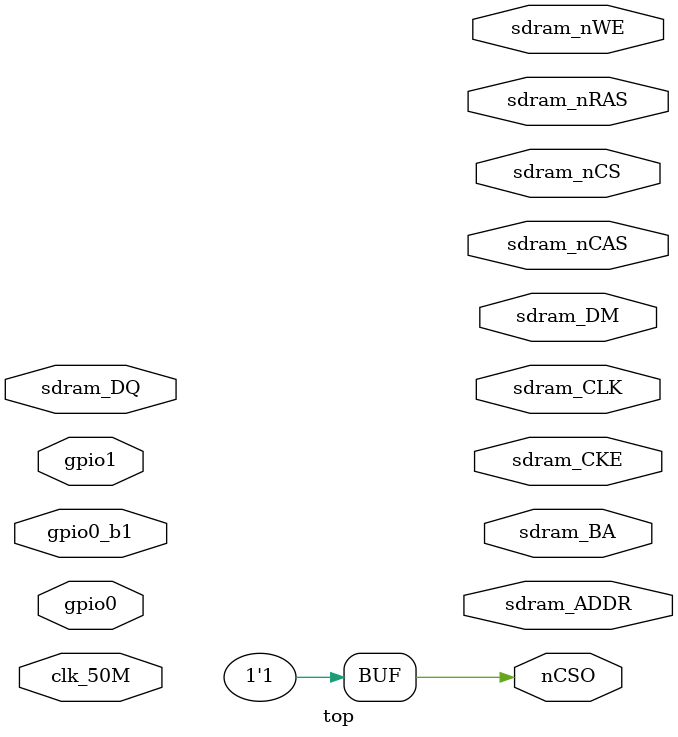
<source format=v>
module top(
	input clk_50M,
	// gpio0_b1[4] led0
	// gpio0_b1[5] led1
	inout wire [5:0] gpio0_b1,
	inout wire [31:8] gpio0,
	inout wire [28:0] gpio1,
	
	inout wire  [15:0] sdram_DQ,
	output wire [12:0] sdram_ADDR,
	output wire [1:0] sdram_DM,
	output wire [1:0] sdram_BA,
	output wire sdram_CLK,
	output wire sdram_CKE,
	output wire sdram_nCS,
	output wire sdram_nCAS,
	output wire sdram_nRAS,
	output wire sdram_nWE,
	/*
	output wire ASDO,
	output wire DCLK,
	input wire DATA0, //input*/
	output wire nCSO = 1'b1
);


endmodule
</source>
